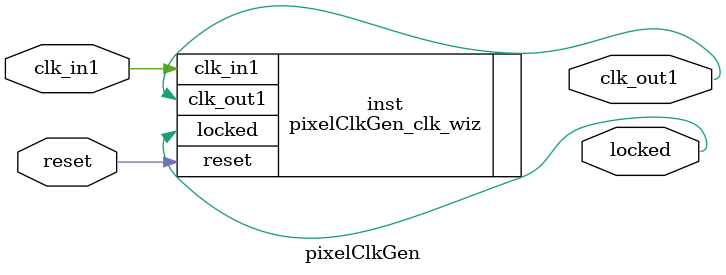
<source format=v>


`timescale 1ps/1ps

(* CORE_GENERATION_INFO = "pixelClkGen,clk_wiz_v5_3_3_0,{component_name=pixelClkGen,use_phase_alignment=true,use_min_o_jitter=false,use_max_i_jitter=false,use_dyn_phase_shift=false,use_inclk_switchover=false,use_dyn_reconfig=false,enable_axi=0,feedback_source=FDBK_AUTO,PRIMITIVE=MMCM,num_out_clk=1,clkin1_period=10.0,clkin2_period=10.0,use_power_down=false,use_reset=true,use_locked=true,use_inclk_stopped=false,feedback_type=SINGLE,CLOCK_MGR_TYPE=NA,manual_override=false}" *)

module pixelClkGen 
 (
  // Clock out ports
  output        clk_out1,
  // Status and control signals
  input         reset,
  output        locked,
 // Clock in ports
  input         clk_in1
 );

  pixelClkGen_clk_wiz inst
  (
  // Clock out ports  
  .clk_out1(clk_out1),
  // Status and control signals               
  .reset(reset), 
  .locked(locked),
 // Clock in ports
  .clk_in1(clk_in1)
  );

endmodule

</source>
